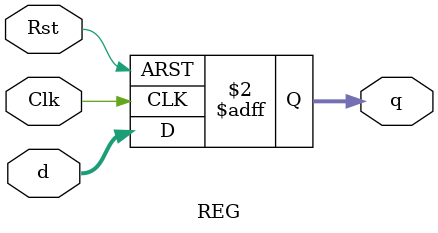
<source format=v>
`timescale 1ns / 1ps


module REG #(parameter DATAWIDTH = 2) (
    input wire Clk,            // Clock input
    input wire Rst,            // Reset input
    input wire [DATAWIDTH-1:0] d,  // Data input
    output reg [DATAWIDTH-1:0] q   // Data output
);

    always @(posedge Clk or posedge Rst) begin
        if (Rst) begin
            q <= 0; // Reset the register to 0
        end
        else begin
            q <= d; // On clock edge, load the data input into the register
        end
    end

endmodule


</source>
